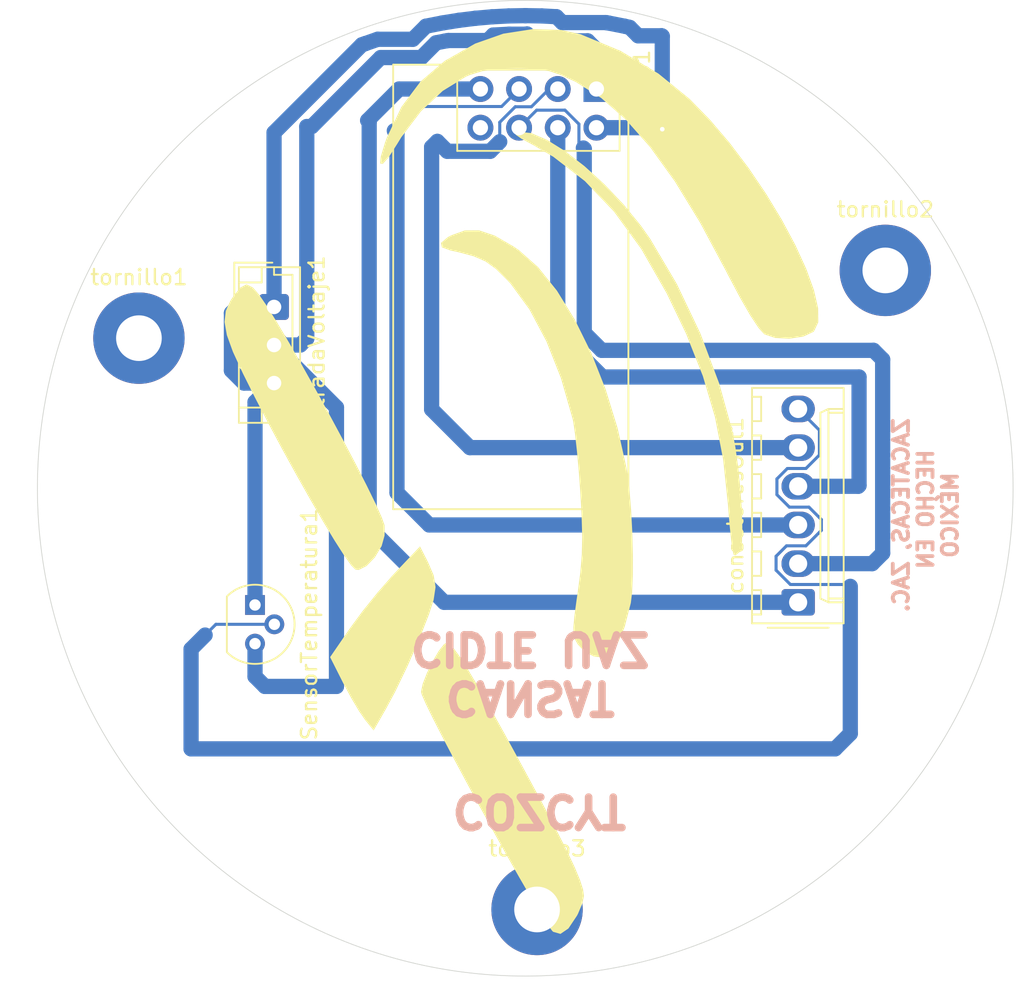
<source format=kicad_pcb>
(kicad_pcb (version 20240108) (generator "pcbnew") (generator_version "8.0")
  (layers (0 "F.Cu" signal) (31 "B.Cu" signal) (34 "B.Paste" user) (35 "F.Paste" user) (36 "B.SilkS" user "B.Silkscreen") (37 "F.SilkS" user "F.Silkscreen") (38 "B.Mask" user) (39 "F.Mask" user) (44 "Edge.Cuts" user))
  (net 0 "")
  (net 1 "ceRadio")
  (net 2 "csnRadio")
  (net 3 "sckRadio")
  (net 4 "mosiRadio")
  (net 5 "misoRadio")
  (net 6 "pata2tmp36gz")
  (net 7 "+3.3V")
  (net 8 "GND")
  (footprint "RF_Module:nRF24L01_Breakout" (layer "F.Cu") (at 144.076977 80.246155 -90)
    (property "Reference" "Radio1" (at 0 -3 90) (layer "F.SilkS"))
    (property "Value" "NRF24L01_Breakout")
    (fp_line (start -1.6 13.35) (end -1.6 -2.1) (stroke (width 0.12)) (layer "F.SilkS"))
    (fp_line (start 27.6 13.35) (end -1.6 13.35) (stroke (width 0.12)) (layer "F.SilkS"))
    (fp_line (start -1.27 9.144) (end -1.27 9.144) (stroke (width 0.12)) (layer "F.SilkS"))
    (fp_line (start -1.27 9.144) (end -1.27 -1.524) (stroke (width 0.12)) (layer "F.SilkS"))
    (fp_line (start 4.064 9.144) (end -1.27 9.144) (stroke (width 0.12)) (layer "F.SilkS"))
    (fp_line (start -1.27 -1.524) (end -1.27 -1.524) (stroke (width 0.12)) (layer "F.SilkS"))
    (fp_line (start -1.27 -1.524) (end 4.064 -1.524) (stroke (width 0.12)) (layer "F.SilkS"))
    (fp_line (start 4.064 -1.524) (end 4.064 9.144) (stroke (width 0.12)) (layer "F.SilkS"))
    (fp_line (start -1.6 -2.1) (end -1.6 -2.1) (stroke (width 0.12)) (layer "F.SilkS"))
    (fp_line (start -1.6 -2.1) (end 27.6 -2.1) (stroke (width 0.12)) (layer "F.SilkS"))
    (fp_line (start 27.6 -2.1) (end 27.6 13.35) (stroke (width 0.12)) (layer "F.SilkS"))
    (fp_poly (pts (xy -1.8 0) (xy -2.136 0.24) (xy -2.136 -0.24) (xy -1.8 0)) (stroke (width 0.12)) (fill solid) (layer "F.SilkS"))
    (pad "1" thru_hole rect (at 0 0 270) (size 1.7 1.7) (drill 1) (layers "*.Cu" "*.Mask") (net 8 "GND"))
    (pad "2" thru_hole circle (at 2.54 0 270) (size 1.7 1.7) (drill 1) (layers "*.Cu" "*.Mask") (net 7 "+3.3V"))
    (pad "3" thru_hole circle (at 0 2.54 270) (size 1.7 1.7) (drill 1) (layers "*.Cu" "*.Mask") (net 1 "ceRadio"))
    (pad "4" thru_hole circle (at 2.54 2.54 270) (size 1.7 1.7) (drill 1) (layers "*.Cu" "*.Mask") (net 2 "csnRadio"))
    (pad "5" thru_hole circle (at 0 5.08 270) (size 1.7 1.7) (drill 1) (layers "*.Cu" "*.Mask") (net 3 "sckRadio"))
    (pad "6" thru_hole circle (at 2.54 5.08 270) (size 1.7 1.7) (drill 1) (layers "*.Cu" "*.Mask") (net 4 "mosiRadio"))
    (pad "7" thru_hole circle (at 0 7.62 270) (size 1.7 1.7) (drill 1) (layers "*.Cu" "*.Mask") (net 5 "misoRadio"))
    (pad "8" thru_hole circle (at 2.54 7.62 270) (size 1.7 1.7) (drill 1) (layers "*.Cu" "*.Mask"))
  )
  (footprint "MountingHole:MountingHole_3mm_Pad" (layer "F.Cu") (at 163.051977 92.160655)
    (property "Reference" "tornillo2" (at 0 -4 0) (layer "F.SilkS"))
    (property "Value" "MountingHole_3mm_Pad")
    (pad "2" thru_hole circle (at 0 0) (size 6 6) (drill 3) (layers "*.Cu" "*.Mask"))
  )
  (footprint "MountingHole:MountingHole_3mm_Pad" (layer "F.Cu") (at 114.026977 96.610655)
    (property "Reference" "tornillo1" (at 0 -4 0) (layer "F.SilkS"))
    (property "Value" "MountingHole_3mm_Pad")
    (pad "1" thru_hole circle (at 0 0) (size 6 6) (drill 3) (layers "*.Cu" "*.Mask"))
  )
  (footprint "Images:cidteLogo" (layer "F.Cu") (at 139.276977 106.160655 90)
    (property "Reference" "G***" (hide yes))
    (property "Value" "LOGO" (hide yes))
    (fp_poly (pts (xy -9.502662 -11.389193) (xy -8.389718 -10.569948) (xy -7.162892 -9.581691) (xy -6.054737 -8.61322) (xy -5.865606 -8.436423) (xy -4.12768 -6.787551) (xy -5.166665 -6.257501) (xy -6.031105 -5.886258) (xy -6.797095 -5.766187) (xy -7.651826 -5.893927) (xy -8.591176 -6.196007) (xy -10.25021 -6.844684) (xy -12.006292 -7.612472) (xy -13.656618 -8.407101) (xy -14.803282 -9.022359) (xy -16.216561 -9.834105) (xy -15.516614 -10.401961) (xy -14.942741 -10.798065) (xy -14.096772 -11.30178) (xy -13.156671 -11.807433) (xy -13.10923 -11.831454) (xy -11.401794 -12.693093)) (fill solid) (layer "F.SilkS"))
    (fp_poly (pts (xy 11.333219 -19.545091) (xy 12.003637 -19.24348) (xy 12.208192 -19.112255) (xy 12.870029 -18.595515) (xy 13.088528 -18.178965) (xy 12.875038 -17.759563) (xy 12.401903 -17.353546) (xy 11.686465 -16.862207) (xy 10.640484 -16.209626) (xy 9.33325 -15.433504) (xy 7.834057 -14.571545) (xy 6.212196 -13.661452) (xy 4.53696 -12.740928) (xy 2.877641 -11.847675) (xy 1.303531 -11.019396) (xy -0.116077 -10.293795) (xy -1.311892 -9.708574) (xy -2.214621 -9.301437) (xy -2.743851 -9.112517) (xy -3.413383 -9.114431) (xy -4.108823 -9.308308) (xy -4.855798 -9.755372) (xy -5.412628 -10.294176) (xy -5.674082 -10.808066) (xy -5.658549 -11.026255) (xy -5.382329 -11.302773) (xy -4.722163 -11.773162) (xy -3.737041 -12.403584) (xy -2.485951 -13.1602) (xy -1.027884 -14.009171) (xy 0.578171 -14.91666) (xy 2.273226 -15.848828) (xy 3.99829 -16.771836) (xy 5.694374 -17.651846) (xy 7.230328 -18.419773) (xy 8.652843 -19.076409) (xy 9.749626 -19.474327) (xy 10.612483 -19.626297)) (fill solid) (layer "F.SilkS"))
    (fp_poly (pts (xy 23.107603 -0.292085) (xy 23.019488 0.519439) (xy 22.578 1.551621) (xy 21.837004 2.73841) (xy 20.850362 4.013754) (xy 19.671939 5.311603) (xy 18.355596 6.565905) (xy 16.955198 7.710609) (xy 16.07479 8.332068) (xy 13.10615 10.085836) (xy 9.870703 11.625441) (xy 6.542939 12.876128) (xy 3.505105 13.71739) (xy 2.353994 13.93381) (xy 1.037249 14.115316) (xy -0.340908 14.255291) (xy -1.67625 14.347119) (xy -2.864555 14.384184) (xy -3.801599 14.359869) (xy -4.383157 14.267559) (xy -4.475141 14.223979) (xy -4.711301 13.942119) (xy -4.686152 13.816871) (xy -4.391815 13.741303) (xy -3.700318 13.647111) (xy -2.71163 13.545762) (xy -1.525721 13.448724) (xy -1.394538 13.439302) (xy 1.594499 13.120969) (xy 4.367089 12.584636) (xy 7.062466 11.789946) (xy 9.81986 10.696547) (xy 12.482013 9.417369) (xy 15.398686 7.746268) (xy 17.851436 5.961791) (xy 19.866172 4.040618) (xy 21.468799 1.959426) (xy 22.237517 0.635476) (xy 22.652114 -0.132291) (xy 22.906661 -0.49568) (xy 23.047158 -0.503728)) (fill solid) (layer "F.SilkS"))
    (fp_poly (pts (xy -13.16128 -6.614528) (xy -12.447499 -6.336342) (xy -11.681822 -5.962199) (xy -11.005283 -5.565324) (xy -10.558915 -5.218945) (xy -10.458823 -5.049933) (xy -10.544754 -4.850016) (xy -10.825918 -4.572023) (xy -11.337374 -4.194422) (xy -12.114182 -3.695685) (xy -13.191401 -3.054281) (xy -14.60409 -2.24868) (xy -16.387309 -1.257352) (xy -18.576116 -0.058766) (xy -18.666455 -0.009554) (xy -20.839974 1.164891) (xy -22.623819 2.106446) (xy -24.05799 2.834067) (xy -25.182482 3.366708) (xy -26.037294 3.723325) (xy -26.662423 3.922873) (xy -27.093986 3.984314) (xy -27.588393 3.870807) (xy -28.253113 3.591168) (xy -28.379284 3.525855) (xy -29.223749 2.961441) (xy -29.579908 2.438223) (xy -29.444532 1.961469) (xy -29.380093 1.892796) (xy -28.981497 1.597482) (xy -28.220905 1.115557) (xy -27.16095 0.481401) (xy -25.864264 -0.270609) (xy -24.39348 -1.106095) (xy -22.81123 -1.990679) (xy -21.180146 -2.889984) (xy -19.562861 -3.769632) (xy -18.022007 -4.595245) (xy -16.620217 -5.332445) (xy -15.420123 -5.946855) (xy -14.484357 -6.404096) (xy -13.875553 -6.66979) (xy -13.682132 -6.723529)) (fill solid) (layer "F.SilkS"))
    (fp_poly (pts (xy 16.169957 -4.985672) (xy 16.30439 -4.743739) (xy 16.630602 -3.834295) (xy 16.631811 -2.910209) (xy 16.288205 -1.880949) (xy 15.579974 -0.655983) (xy 15.329423 -0.288185) (xy 14.21095 0.973013) (xy 12.665767 2.208094) (xy 10.765125 3.382275) (xy 8.580277 4.460776) (xy 6.182475 5.408812) (xy 3.642973 6.191604) (xy 1.033022 6.774368) (xy 0.765433 6.821236) (xy -0.336371 6.965169) (xy -1.698235 7.077732) (xy -3.191624 7.155361) (xy -4.688001 7.19449) (xy -6.058831 7.191554) (xy -7.175578 7.142985) (xy -7.844118 7.060074) (xy -9.420641 6.654673) (xy -10.523964 6.186369) (xy -11.176679 5.639491) (xy -11.401382 4.998369) (xy -11.356894 4.6238) (xy -11.033009 4.021744) (xy -10.563118 3.57464) (xy -10.252703 3.398332) (xy -9.91208 3.302356) (xy -9.435813 3.286564) (xy -8.718463 3.350806) (xy -7.654592 3.494933) (xy -7.143052 3.569801) (xy -5.847885 3.740556) (xy -4.687245 3.837518) (xy -3.498934 3.865018) (xy -2.120751 3.827384) (xy -0.622549 3.743855) (xy 0.794291 3.640767) (xy 2.128716 3.519925) (xy 3.256859 3.394194) (xy 4.054855 3.276441) (xy 4.233333 3.23947) (xy 6.92381 2.467485) (xy 9.348369 1.509521) (xy 11.435936 0.399021) (xy 13.115437 -0.830575) (xy 13.362666 -1.056043) (xy 14.092002 -1.798559) (xy 14.584941 -2.479126) (xy 14.927818 -3.263606) (xy 15.206969 -4.317866) (xy 15.308128 -4.793627) (xy 15.514535 -5.348006) (xy 15.803024 -5.41196)) (fill solid) (layer "F.SilkS"))
    (fp_poly (pts (xy 21.486379 -9.361878) (xy 22.38602 -9.089315) (xy 22.710871 -8.971164) (xy 24.731566 -8.013492) (xy 26.396431 -6.762286) (xy 27.767632 -5.159189) (xy 28.900398 -3.160679) (xy 29.549637 -1.315324) (xy 29.851217 0.622032) (xy 29.791931 2.501667) (xy 29.510803 3.758691) (xy 28.420091 6.383615) (xy 26.926016 8.873089) (xy 25.269439 10.914374) (xy 23.903158 12.251685) (xy 22.37004 13.556487) (xy 20.72422 14.80001) (xy 19.019833 15.953487) (xy 17.311013 16.988149) (xy 15.651893 17.875228) (xy 14.096609 18.585955) (xy 12.699294 19.091562) (xy 11.514082 19.363281) (xy 10.595108 19.372343) (xy 9.996506 19.089981) (xy 9.960671 19.049864) (xy 9.650814 18.379339) (xy 9.513944 17.466464) (xy 9.561093 16.53986) (xy 9.803291 15.828147) (xy 9.805089 15.825393) (xy 10.206234 15.455968) (xy 11.016778 14.917988) (xy 12.188916 14.240411) (xy 13.674845 13.45219) (xy 13.978626 13.297411) (xy 17.146981 11.599412) (xy 19.843696 9.949666) (xy 22.090793 8.330548) (xy 23.910295 6.724434) (xy 25.324226 5.1137) (xy 26.354608 3.480722) (xy 26.428037 3.33459) (xy 26.842439 2.436867) (xy 27.088376 1.694719) (xy 27.208872 0.908677) (xy 27.24695 -0.120727) (xy 27.248688 -0.470214) (xy 27.213852 -1.74493) (xy 27.086374 -2.69921) (xy 26.838644 -3.506396) (xy 26.721704 -3.779039) (xy 25.790318 -5.294869) (xy 24.440832 -6.732842) (xy 22.75317 -8.011408) (xy 22.302743 -8.287805) (xy 21.419839 -8.85322) (xy 20.995002 -9.229955) (xy 21.019944 -9.404133)) (fill solid) (layer "F.SilkS"))
  )
  (footprint "Connector_Molex:Molex_KK-254_AE-6410-06A_1x06_P2.54mm_Vertical" (layer "F.Cu") (at 157.326977 113.960655 90)
    (property "Reference" "conectoresOut1" (at 6.35 -4.12 90) (layer "F.SilkS"))
    (property "Value" "Conn_01x06_Pin")
    (fp_line (start 14.08 -3.03) (end -1.38 -3.03) (stroke (width 0.12)) (layer "F.SilkS"))
    (fp_line (start 11.9 -3.03) (end 11.9 -2.43) (stroke (width 0.12)) (layer "F.SilkS"))
    (fp_line (start 9.36 -3.03) (end 9.36 -2.43) (stroke (width 0.12)) (layer "F.SilkS"))
    (fp_line (start 6.82 -3.03) (end 6.82 -2.43) (stroke (width 0.12)) (layer "F.SilkS"))
    (fp_line (start 4.28 -3.03) (end 4.28 -2.43) (stroke (width 0.12)) (layer "F.SilkS"))
    (fp_line (start 1.74 -3.03) (end 1.74 -2.43) (stroke (width 0.12)) (layer "F.SilkS"))
    (fp_line (start -0.8 -3.03) (end -0.8 -2.43) (stroke (width 0.12)) (layer "F.SilkS"))
    (fp_line (start -1.38 -3.03) (end -1.38 2.99) (stroke (width 0.12)) (layer "F.SilkS"))
    (fp_line (start 13.5 -2.43) (end 13.5 -3.03) (stroke (width 0.12)) (layer "F.SilkS"))
    (fp_line (start 11.9 -2.43) (end 13.5 -2.43) (stroke (width 0.12)) (layer "F.SilkS"))
    (fp_line (start 10.96 -2.43) (end 10.96 -3.03) (stroke (width 0.12)) (layer "F.SilkS"))
    (fp_line (start 9.36 -2.43) (end 10.96 -2.43) (stroke (width 0.12)) (layer "F.SilkS"))
    (fp_line (start 8.42 -2.43) (end 8.42 -3.03) (stroke (width 0.12)) (layer "F.SilkS"))
    (fp_line (start 6.82 -2.43) (end 8.42 -2.43) (stroke (width 0.12)) (layer "F.SilkS"))
    (fp_line (start 5.88 -2.43) (end 5.88 -3.03) (stroke (width 0.12)) (layer "F.SilkS"))
    (fp_line (start 4.28 -2.43) (end 5.88 -2.43) (stroke (width 0.12)) (layer "F.SilkS"))
    (fp_line (start 3.34 -2.43) (end 3.34 -3.03) (stroke (width 0.12)) (layer "F.SilkS"))
    (fp_line (start 1.74 -2.43) (end 3.34 -2.43) (stroke (width 0.12)) (layer "F.SilkS"))
    (fp_line (start 0.8 -2.43) (end 0.8 -3.03) (stroke (width 0.12)) (layer "F.SilkS"))
    (fp_line (start -0.8 -2.43) (end 0.8 -2.43) (stroke (width 0.12)) (layer "F.SilkS"))
    (fp_line (start -1.67 -2) (end -1.67 2) (stroke (width 0.12)) (layer "F.SilkS"))
    (fp_line (start 12.45 1.46) (end 12.7 1.99) (stroke (width 0.12)) (layer "F.SilkS"))
    (fp_line (start 0.25 1.46) (end 12.45 1.46) (stroke (width 0.12)) (layer "F.SilkS"))
    (fp_line (start 12.7 1.99) (end 12.7 2.99) (stroke (width 0.12)) (layer "F.SilkS"))
    (fp_line (start 0 1.99) (end 0.25 1.46) (stroke (width 0.12)) (layer "F.SilkS"))
    (fp_line (start 0 1.99) (end 12.7 1.99) (stroke (width 0.12)) (layer "F.SilkS"))
    (fp_line (start 14.08 2.99) (end 14.08 -3.03) (stroke (width 0.12)) (layer "F.SilkS"))
    (fp_line (start 12.45 2.99) (end 12.45 1.99) (stroke (width 0.12)) (layer "F.SilkS"))
    (fp_line (start 0.25 2.99) (end 0.25 1.99) (stroke (width 0.12)) (layer "F.SilkS"))
    (fp_line (start 0 2.99) (end 0 1.99) (stroke (width 0.12)) (layer "F.SilkS"))
    (fp_line (start -1.38 2.99) (end 14.08 2.99) (stroke (width 0.12)) (layer "F.SilkS"))
    (pad "1" thru_hole roundrect (at 0 0 90) (size 1.74 2.19) (drill 1.19) (layers "*.Cu" "*.Mask") (roundrect_rratio 0.143678) (net 5 "misoRadio"))
    (pad "2" thru_hole oval (at 2.54 0 90) (size 1.74 2.19) (drill 1.19) (layers "*.Cu" "*.Mask") (net 4 "mosiRadio"))
    (pad "3" thru_hole oval (at 5.08 0 90) (size 1.74 2.19) (drill 1.19) (layers "*.Cu" "*.Mask") (net 3 "sckRadio"))
    (pad "4" thru_hole oval (at 7.62 0 90) (size 1.74 2.19) (drill 1.19) (layers "*.Cu" "*.Mask") (net 2 "csnRadio"))
    (pad "5" thru_hole oval (at 10.16 0 90) (size 1.74 2.19) (drill 1.19) (layers "*.Cu" "*.Mask") (net 1 "ceRadio"))
    (pad "6" thru_hole oval (at 12.7 0 90) (size 1.74 2.19) (drill 1.19) (layers "*.Cu" "*.Mask") (net 6 "pata2tmp36gz"))
  )
  (footprint "MountingHole:MountingHole_3mm_Pad" (layer "F.Cu") (at 140.176977 134.135655)
    (property "Reference" "tornillo3" (at 0 -4 0) (layer "F.SilkS"))
    (property "Value" "MountingHole_3mm_Pad")
    (pad "3" thru_hole circle (at 0 0) (size 6 6) (drill 3) (layers "*.Cu" "*.Mask"))
  )
  (footprint "Package_TO_SOT_THT:TO-92" (layer "F.Cu") (at 121.651977 114.135655 -90)
    (property "Reference" "SensorTemperatura1" (at 1.27 -3.56 90) (layer "F.SilkS"))
    (property "Value" "TMP36GT9Z")
    (fp_line (start -0.53 1.85) (end 3.07 1.85) (stroke (width 0.12)) (layer "F.SilkS"))
    (fp_arc (start -0.568478 1.838478) (mid -1.132087 -0.994977) (end 1.27 -2.6) (stroke (width 0.12)) (layer "F.SilkS"))
    (fp_arc (start 1.27 -2.6) (mid 3.672087 -0.994977) (end 3.108478 1.838478) (stroke (width 0.12)) (layer "F.SilkS"))
    (pad "1" thru_hole rect (at 0 0 270) (size 1.3 1.3) (drill 0.75) (layers "*.Cu" "*.Mask") (net 7 "+3.3V"))
    (pad "2" thru_hole circle (at 1.27 -1.27 270) (size 1.3 1.3) (drill 0.75) (layers "*.Cu" "*.Mask") (net 6 "pata2tmp36gz"))
    (pad "3" thru_hole circle (at 2.54 0 270) (size 1.3 1.3) (drill 0.75) (layers "*.Cu" "*.Mask") (net 8 "GND"))
  )
  (footprint "Connector_JST:JST_EH_B3B-EH-A_1x03_P2.50mm_Vertical" (layer "F.Cu") (at 122.901977 94.560655 -90)
    (property "Reference" "EntradaVoltaje1" (at 2.5 -2.8 90) (layer "F.SilkS"))
    (property "Value" "Conn_01x03_Pin")
    (fp_line (start -2.91 2.61) (end -0.41 2.61) (stroke (width 0.12)) (layer "F.SilkS"))
    (fp_line (start -2.61 2.31) (end 7.61 2.31) (stroke (width 0.12)) (layer "F.SilkS"))
    (fp_line (start 7.61 2.31) (end 7.61 -1.71) (stroke (width 0.12)) (layer "F.SilkS"))
    (fp_line (start -2.61 0.81) (end -1.61 0.81) (stroke (width 0.12)) (layer "F.SilkS"))
    (fp_line (start -1.61 0.81) (end -1.61 2.31) (stroke (width 0.12)) (layer "F.SilkS"))
    (fp_line (start 6.61 0.81) (end 6.61 2.31) (stroke (width 0.12)) (layer "F.SilkS"))
    (fp_line (start 7.61 0.81) (end 6.61 0.81) (stroke (width 0.12)) (layer "F.SilkS"))
    (fp_line (start -2.91 0.11) (end -2.91 2.61) (stroke (width 0.12)) (layer "F.SilkS"))
    (fp_line (start -2.61 0) (end -2.11 0) (stroke (width 0.12)) (layer "F.SilkS"))
    (fp_line (start -2.11 0) (end -2.11 -1.21) (stroke (width 0.12)) (layer "F.SilkS"))
    (fp_line (start 7.11 0) (end 7.61 0) (stroke (width 0.12)) (layer "F.SilkS"))
    (fp_line (start -2.11 -1.21) (end 7.11 -1.21) (stroke (width 0.12)) (layer "F.SilkS"))
    (fp_line (start 7.11 -1.21) (end 7.11 0) (stroke (width 0.12)) (layer "F.SilkS"))
    (fp_line (start -2.61 -1.71) (end -2.61 2.31) (stroke (width 0.12)) (layer "F.SilkS"))
    (fp_line (start 7.61 -1.71) (end -2.61 -1.71) (stroke (width 0.12)) (layer "F.SilkS"))
    (pad "1" thru_hole roundrect (at 0 0 270) (size 1.7 1.95) (drill 0.95) (layers "*.Cu" "*.Mask") (roundrect_rratio 0.147059) (net 7 "+3.3V"))
    (pad "2" thru_hole oval (at 2.5 0 270) (size 1.7 1.95) (drill 0.95) (layers "*.Cu" "*.Mask") (net 8 "GND"))
    (pad "3" thru_hole oval (at 5 0 270) (size 1.7 1.95) (drill 0.95) (layers "*.Cu" "*.Mask") (net 7 "+3.3V"))
  )
  (gr_circle (center 139.401977 106.467481) (end 161.451977 129.717481) (stroke (width 0.05)) (fill none) (layer "Edge.Cuts"))
  (gr_text "ZACATECAS, ZAC.\nHECHO EN \nMÉXICO\n" (at 165.701977 108.235655 90) (layer "B.SilkS") (effects (font (size 1 1) (thickness 0.25) (bold yes)) (justify mirror)))
  (gr_text "COZCYT" (at 134.376977 126.485655 180) (layer "B.SilkS") (effects (font (size 2 2) (thickness 0.5) (bold yes)) (justify left bottom mirror)))
  (gr_text "CANSAT\nCIDTE UAZ" (at 139.726977 118.610655 180) (layer "B.SilkS") (effects (font (size 2 2) (thickness 0.5) (bold yes)) (justify mirror)))
  (segment (start 137.099009 84.336155) (end 137.726977 83.708187) (width 1) (layer "B.Cu") (net 1))
  (segment (start 133.251977 84.060655) (end 133.626977 83.685655) (width 1) (layer "B.Cu") (net 1))
  (segment (start 137.726977 83.708187) (end 137.726977 82.429809) (width 0.2) (layer "B.Cu") (net 1))
  (segment (start 133.251977 101.285655) (end 133.251977 84.060655) (width 1) (layer "B.Cu") (net 1))
  (segment (start 157.326977 103.800655) (end 135.766977 103.800655) (width 1) (layer "B.Cu") (net 1))
  (segment (start 140.971291 80.246155) (end 141.536977 80.246155) (width 0.2) (layer "B.Cu") (net 1))
  (segment (start 135.766977 103.800655) (end 133.251977 101.285655) (width 1) (layer "B.Cu") (net 1))
  (segment (start 133.626977 83.685655) (end 134.277477 84.336155) (width 1) (layer "B.Cu") (net 1))
  (segment (start 138.746131 81.410655) (end 139.806791 81.410655) (width 0.2) (layer "B.Cu") (net 1))
  (segment (start 134.277477 84.336155) (end 137.099009 84.336155) (width 1) (layer "B.Cu") (net 1))
  (segment (start 137.726977 82.429809) (end 138.746131 81.410655) (width 0.2) (layer "B.Cu") (net 1))
  (segment (start 139.806791 81.410655) (end 140.971291 80.246155) (width 0.2) (layer "B.Cu") (net 1))
  (segment (start 141.536977 96.220655) (end 141.536977 82.786155) (width 1) (layer "B.Cu") (net 2))
  (segment (start 161.271977 106.340655) (end 161.326977 106.285655) (width 1) (layer "B.Cu") (net 2))
  (segment (start 157.326977 106.340655) (end 161.271977 106.340655) (width 1) (layer "B.Cu") (net 2))
  (segment (start 144.476977 99.160655) (end 141.536977 96.220655) (width 1) (layer "B.Cu") (net 2))
  (segment (start 161.326977 106.285655) (end 161.326977 99.160655) (width 1) (layer "B.Cu") (net 2))
  (segment (start 161.326977 99.160655) (end 144.476977 99.160655) (width 1) (layer "B.Cu") (net 2))
  (segment (start 130.976977 106.760655) (end 130.976977 83.160655) (width 1) (layer "B.Cu") (net 3))
  (segment (start 130.801977 82.985655) (end 132.391477 81.396155) (width 0.2) (layer "B.Cu") (net 3))
  (segment (start 133.096977 108.880655) (end 130.976977 106.760655) (width 1) (layer "B.Cu") (net 3))
  (segment (start 137.846977 81.396155) (end 138.996977 80.246155) (width 0.2) (layer "B.Cu") (net 3))
  (segment (start 132.391477 81.396155) (end 137.846977 81.396155) (width 0.2) (layer "B.Cu") (net 3))
  (segment (start 157.326977 108.880655) (end 133.096977 108.880655) (width 1) (layer "B.Cu") (net 3))
  (segment (start 130.976977 83.160655) (end 130.801977 82.985655) (width 1) (layer "B.Cu") (net 3))
  (segment (start 140.147477 81.635655) (end 138.996977 82.786155) (width 0.2) (layer "B.Cu") (net 4))
  (segment (start 142.926977 82.549809) (end 142.012823 81.635655) (width 0.2) (layer "B.Cu") (net 4))
  (segment (start 143.276977 84.178187) (end 143.218211 84.119421) (width 1) (layer "B.Cu") (net 4))
  (segment (start 143.218211 84.119421) (end 142.926977 83.828187) (width 0.2) (layer "B.Cu") (net 4))
  (segment (start 143.276977 96.235655) (end 143.276977 84.178187) (width 1) (layer "B.Cu") (net 4))
  (segment (start 157.326977 111.420655) (end 162.191977 111.420655) (width 1) (layer "B.Cu") (net 4))
  (segment (start 162.191977 111.420655) (end 162.876977 110.735655) (width 1) (layer "B.Cu") (net 4))
  (segment (start 162.276977 97.410655) (end 144.424033 97.410655) (width 1) (layer "B.Cu") (net 4))
  (segment (start 162.876977 110.735655) (end 162.876977 98.010655) (width 1) (layer "B.Cu") (net 4))
  (segment (start 162.876977 98.010655) (end 162.276977 97.410655) (width 1) (layer "B.Cu") (net 4))
  (segment (start 142.012823 81.635655) (end 140.147477 81.635655) (width 0.2) (layer "B.Cu") (net 4))
  (segment (start 144.424033 97.410655) (end 143.276977 96.263599) (width 1) (layer "B.Cu") (net 4))
  (segment (start 143.276977 96.263599) (end 143.276977 96.235655) (width 1) (layer "B.Cu") (net 4))
  (segment (start 142.926977 83.828187) (end 142.926977 82.549809) (width 0.2) (layer "B.Cu") (net 4))
  (segment (start 129.151977 109.035655) (end 129.151977 82.410655) (width 1) (layer "B.Cu") (net 5))
  (segment (start 129.051977 82.310655) (end 131.116477 80.246155) (width 1) (layer "B.Cu") (net 5))
  (segment (start 129.151977 82.410655) (end 129.051977 82.310655) (width 1) (layer "B.Cu") (net 5))
  (segment (start 131.116477 80.246155) (end 136.456977 80.246155) (width 1) (layer "B.Cu") (net 5))
  (segment (start 134.076977 113.960655) (end 129.151977 109.035655) (width 1) (layer "B.Cu") (net 5))
  (segment (start 157.326977 113.960655) (end 134.076977 113.960655) (width 1) (layer "B.Cu") (net 5))
  (segment (start 160.751977 122.585655) (end 159.751977 123.585655) (width 1) (layer "B.Cu") (net 6))
  (segment (start 160.631977 112.790655) (end 160.751977 112.910655) (width 0.2) (layer "B.Cu") (net 6))
  (segment (start 160.751977 112.910655) (end 160.751977 122.585655) (width 1) (layer "B.Cu") (net 6))
  (segment (start 155.876977 110.935655) (end 155.876977 111.850285) (width 0.2) (layer "B.Cu") (net 6))
  (segment (start 155.931977 106.890655) (end 156.751977 107.710655) (width 0.2) (layer "B.Cu") (net 6))
  (segment (start 156.751977 107.710655) (end 158.036607 107.710655) (width 0.2) (layer "B.Cu") (net 6))
  (segment (start 159.751977 123.585655) (end 117.451977 123.585655) (width 1) (layer "B.Cu") (net 6))
  (segment (start 158.721977 102.655655) (end 158.721977 104.285285) (width 0.2) (layer "B.Cu") (net 6))
  (segment (start 158.036607 107.710655) (end 158.851977 108.526025) (width 0.2) (layer "B.Cu") (net 6))
  (segment (start 157.836607 105.170655) (end 156.617347 105.170655) (width 0.2) (layer "B.Cu") (net 6))
  (segment (start 155.876977 111.850285) (end 156.817347 112.790655) (width 0.2) (layer "B.Cu") (net 6))
  (segment (start 158.851977 109.235285) (end 157.836607 110.250655) (width 0.2) (layer "B.Cu") (net 6))
  (segment (start 156.817347 112.790655) (end 160.631977 112.790655) (width 0.2) (layer "B.Cu") (net 6))
  (segment (start 158.851977 108.526025) (end 158.851977 109.235285) (width 0.2) (layer "B.Cu") (net 6))
  (segment (start 117.451977 117.035655) (end 118.376977 116.110655) (width 1) (layer "B.Cu") (net 6))
  (segment (start 156.561977 110.250655) (end 155.876977 110.935655) (width 0.2) (layer "B.Cu") (net 6))
  (segment (start 158.721977 104.285285) (end 157.836607 105.170655) (width 0.2) (layer "B.Cu") (net 6))
  (segment (start 118.376977 116.110655) (end 119.081977 115.405655) (width 0.2) (layer "B.Cu") (net 6))
  (segment (start 155.931977 105.856025) (end 155.931977 106.890655) (width 0.2) (layer "B.Cu") (net 6))
  (segment (start 117.451977 123.585655) (end 117.451977 117.035655) (width 1) (layer "B.Cu") (net 6))
  (segment (start 157.326977 101.260655) (end 158.721977 102.655655) (width 0.2) (layer "B.Cu") (net 6))
  (segment (start 156.617347 105.170655) (end 155.931977 105.856025) (width 0.2) (layer "B.Cu") (net 6))
  (segment (start 157.836607 110.250655) (end 156.561977 110.250655) (width 0.2) (layer "B.Cu") (net 6))
  (segment (start 119.081977 115.405655) (end 122.921977 115.405655) (width 0.2) (layer "B.Cu") (net 6))
  (via (at 148.401977 82.885655) (size 0.6) (drill 0.3) (layers "F.Cu" "B.Cu") (net 7))
  (segment (start 144.85234 75.909225) (end 144.68052 75.881699) (width 1) (layer "B.Cu") (net 7))
  (segment (start 133.952214 75.909118) (end 132.877175 76.120481) (width 1) (layer "B.Cu") (net 7))
  (segment (start 122.901977 99.560655) (end 120.926977 99.560655) (width 1) (layer "B.Cu") (net 7))
  (segment (start 120.926977 99.560655) (end 120.101977 98.735655) (width 1) (layer "B.Cu") (net 7))
  (segment (start 148.381195 76.758421) (end 148.351379 76.749196) (width 1) (layer "B.Cu") (net 7))
  (segment (start 129.706092 76.98014) (end 128.884663 77.2664) (width 1) (layer "B.Cu") (net 7))
  (segment (start 120.101977 98.735655) (end 120.101977 94.960655) (width 1) (layer "B.Cu") (net 7))
  (segment (start 137.212711 75.504267) (end 136.121349 75.600817) (width 1) (layer "B.Cu") (net 7))
  (segment (start 144.68052 75.881699) (end 141.833544 75.881699) (width 1) (layer "B.Cu") (net 7))
  (segment (start 148.302477 82.786155) (end 148.401977 82.885655) (width 1) (layer "B.Cu") (net 7))
  (segment (start 148.351379 76.749196) (end 146.814331 76.749196) (width 1) (layer "B.Cu") (net 7))
  (segment (start 132.017516 76.98014) (end 129.706092 76.98014) (width 1) (layer "B.Cu") (net 7))
  (segment (start 141.833544 75.881699) (end 141.448561 75.496716) (width 1) (layer "B.Cu") (net 7))
  (segment (start 128.671456 77.3407) (end 122.901977 83.110179) (width 1) (layer "B.Cu") (net 7))
  (segment (start 135.034041 75.735827) (end 133.952214 75.909118) (width 1) (layer "B.Cu") (net 7))
  (segment (start 148.401977 82.885655) (end 148.401977 76.779203) (width 1) (layer "B.Cu") (net 7))
  (segment (start 148.401977 76.779203) (end 148.381195 76.758421) (width 1) (layer "B.Cu") (net 7))
  (segment (start 121.651977 114.135655) (end 121.651977 100.810655) (width 1) (layer "B.Cu") (net 7))
  (segment (start 141.448561 75.496716) (end 140.497738 75.446315) (width 1) (layer "B.Cu") (net 7))
  (segment (start 128.884663 77.2664) (end 128.884662 77.2664) (width 1) (layer "B.Cu") (net 7))
  (segment (start 139.417412 75.427236) (end 139.402299 75.426969) (width 1) (layer "B.Cu") (net 7))
  (segment (start 132.877175 76.120481) (end 132.017516 76.98014) (width 1) (layer "B.Cu") (net 7))
  (segment (start 128.884662 77.2664) (end 128.671456 77.3407) (width 1) (layer "B.Cu") (net 7))
  (segment (start 140.497738 75.446315) (end 139.417412 75.427236) (width 1) (layer "B.Cu") (net 7))
  (segment (start 138.306802 75.446294) (end 137.212711 75.504267) (width 1) (layer "B.Cu") (net 7))
  (segment (start 121.651977 100.810655) (end 122.901977 99.560655) (width 1) (layer "B.Cu") (net 7))
  (segment (start 144.076977 82.786155) (end 148.302477 82.786155) (width 1) (layer "B.Cu") (net 7))
  (segment (start 145.927387 76.120612) (end 144.85234 75.909225) (width 1) (layer "B.Cu") (net 7))
  (segment (start 120.501977 94.560655) (end 122.901977 94.560655) (width 1) (layer "B.Cu") (net 7))
  (segment (start 139.402299 75.426969) (end 138.306802 75.446294) (width 1) (layer "B.Cu") (net 7))
  (segment (start 146.814331 76.749196) (end 146.26448 76.199345) (width 1) (layer "B.Cu") (net 7))
  (segment (start 120.101977 94.960655) (end 120.501977 94.560655) (width 1) (layer "B.Cu") (net 7))
  (segment (start 136.121349 75.600817) (end 135.034041 75.735827) (width 1) (layer "B.Cu") (net 7))
  (segment (start 146.26448 76.199345) (end 145.927387 76.120612) (width 1) (layer "B.Cu") (net 7))
  (segment (start 122.901977 83.110179) (end 122.901977 94.560655) (width 1) (layer "B.Cu") (net 7))
  (segment (start 124.626977 97.060655) (end 122.901977 97.060655) (width 1) (layer "B.Cu") (net 8))
  (segment (start 121.651977 118.835655) (end 121.651977 116.675655) (width 1) (layer "B.Cu") (net 8))
  (segment (start 125.051977 82.710655) (end 125.051977 96.635655) (width 1) (layer "B.Cu") (net 8))
  (segment (start 134.354889 77.059914) (end 134.162923 77.090664) (width 1) (layer "B.Cu") (net 8))
  (segment (start 122.901977 97.060655) (end 127.001977 101.160655) (width 1) (layer "B.Cu") (net 8))
  (segment (start 139.516495 76.629173) (end 139.499935 76.645733) (width 1) (layer "B.Cu") (net 8))
  (segment (start 134.162923 77.090664) (end 133.542128 77.212718) (width 1) (layer "B.Cu") (net 8))
  (segment (start 139.969021 77.081699) (end 139.516495 76.629173) (width 1) (layer "B.Cu") (net 8))
  (segment (start 136.938895 77.059914) (end 134.354889 77.059914) (width 1) (layer "B.Cu") (net 8))
  (segment (start 127.001977 119.485655) (end 122.301977 119.485655) (width 1) (layer "B.Cu") (net 8))
  (segment (start 132.574706 78.18014) (end 129.909195 78.18014) (width 1) (layer "B.Cu") (net 8))
  (segment (start 144.076977 80.246155) (end 144.076977 77.660655) (width 1) (layer "B.Cu") (net 8))
  (segment (start 125.37868 82.710655) (end 125.051977 82.710655) (width 1) (layer "B.Cu") (net 8))
  (segment (start 139.499935 76.645733) (end 138.349159 76.645733) (width 1) (layer "B.Cu") (net 8))
  (segment (start 129.909195 78.18014) (end 125.37868 82.710655) (width 1) (layer "B.Cu") (net 8))
  (segment (start 127.001977 101.160655) (end 127.001977 119.485655) (width 1) (layer "B.Cu") (net 8))
  (segment (start 122.301977 119.485655) (end 121.651977 118.835655) (width 1) (layer "B.Cu") (net 8))
  (segment (start 138.349159 76.645733) (end 137.297343 76.701466) (width 1) (layer "B.Cu") (net 8))
  (segment (start 144.076977 77.660655) (end 143.498021 77.081699) (width 1) (layer "B.Cu") (net 8))
  (segment (start 125.051977 96.635655) (end 124.626977 97.060655) (width 1) (layer "B.Cu") (net 8))
  (segment (start 133.542128 77.212718) (end 132.574706 78.18014) (width 1) (layer "B.Cu") (net 8))
  (segment (start 143.498021 77.081699) (end 139.969021 77.081699) (width 1) (layer "B.Cu") (net 8))
  (segment (start 137.297343 76.701466) (end 136.938895 77.059914) (width 1) (layer "B.Cu") (net 8))
)
</source>
